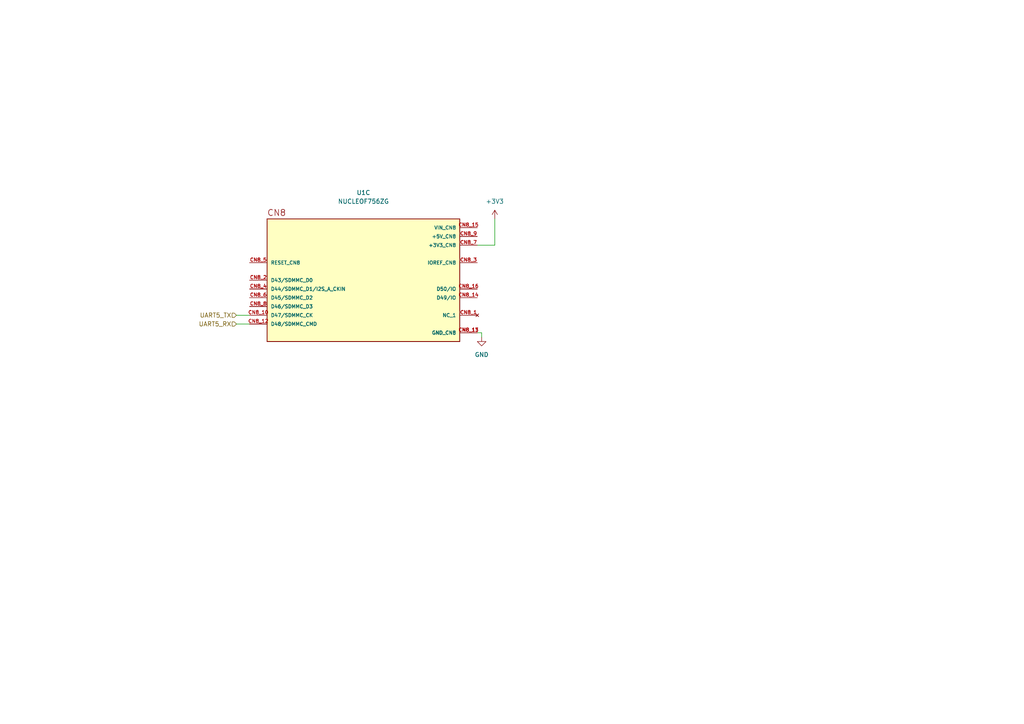
<source format=kicad_sch>
(kicad_sch (version 20230121) (generator eeschema)
  (paper "A4")
  (lib_symbols
    (symbol "nucleo:NUCLEOF756ZG" (pin_names (offset 1.016))
      (property "Reference" "U" (at -17.78 59.69 0))
      (property "Value" "NUCLEOF756ZG" (at -17.78 -59.69 0))
      (symbol "NUCLEOF756ZG_1_0"
        (rectangle (start -17.78 -58.42) (end 17.78 55.88) (stroke (width 0.254)) (fill (type background)))
        (text "CN11" (at -17.78 56.642 0) (effects (font (size 1.778 1.778)) (justify left bottom)))
        (pin bidirectional line (at -22.86 -7.62 0) (length 5.08) (name "PC10") (number "CN11_1"))
        (pin no_connect line (at 22.86 -45.72 180) (length 5.08) (name "NC_10") (number "CN11_10"))
        (pin bidirectional line (at 22.86 0 180) (length 5.08) (name "PF7") (number "CN11_11"))
        (pin bidirectional line (at 22.86 35.56 180) (length 5.08) (name "IOREF_CN11") (number "CN11_12"))
        (pin bidirectional line (at -22.86 20.32 0) (length 5.08) (name "PA13") (number "CN11_13"))
        (pin bidirectional line (at -22.86 33.02 0) (length 5.08) (name "RESET_CN11") (number "CN11_14"))
        (pin bidirectional line (at -22.86 17.78 0) (length 5.08) (name "PA14") (number "CN11_15"))
        (pin power_in line (at 22.86 53.34 180) (length 5.08) (name "+3V3_CN11") (number "CN11_16"))
        (pin bidirectional line (at -22.86 15.24 0) (length 5.08) (name "PA15") (number "CN11_17"))
        (pin power_in line (at 22.86 50.8 180) (length 5.08) (name "+5V_CN11") (number "CN11_18"))
        (pin power_in line (at 22.86 -55.88 180) (length 5.08) (name "GND_CN11") (number "CN11_19"))
        (pin bidirectional line (at -22.86 -10.16 0) (length 5.08) (name "PC11") (number "CN11_2"))
        (pin power_in line (at 22.86 -55.88 180) (length 5.08) (name "GND_CN11") (number "CN11_20"))
        (pin bidirectional line (at -22.86 7.62 0) (length 5.08) (name "PB7") (number "CN11_21"))
        (pin power_in line (at 22.86 -55.88 180) (length 5.08) (name "GND_CN11") (number "CN11_22"))
        (pin bidirectional line (at -22.86 -15.24 0) (length 5.08) (name "PC13") (number "CN11_23"))
        (pin power_in line (at 22.86 40.64 180) (length 5.08) (name "VIN_CN11") (number "CN11_24"))
        (pin bidirectional line (at -22.86 -17.78 0) (length 5.08) (name "PC14") (number "CN11_25"))
        (pin no_connect line (at 22.86 -48.26 180) (length 5.08) (name "NC_26") (number "CN11_26"))
        (pin bidirectional line (at -22.86 -20.32 0) (length 5.08) (name "PC15") (number "CN11_27"))
        (pin bidirectional line (at -22.86 27.94 0) (length 5.08) (name "PA0") (number "CN11_28"))
        (pin bidirectional line (at 22.86 -38.1 180) (length 5.08) (name "PH0") (number "CN11_29"))
        (pin bidirectional line (at -22.86 -12.7 0) (length 5.08) (name "PC12") (number "CN11_3"))
        (pin bidirectional line (at -22.86 25.4 0) (length 5.08) (name "PA1") (number "CN11_30"))
        (pin bidirectional line (at 22.86 -40.64 180) (length 5.08) (name "PH1") (number "CN11_31"))
        (pin bidirectional line (at -22.86 22.86 0) (length 5.08) (name "PA4") (number "CN11_32"))
        (pin power_in line (at 22.86 45.72 180) (length 5.08) (name "VBAT_CN11") (number "CN11_33"))
        (pin bidirectional line (at -22.86 10.16 0) (length 5.08) (name "PB0") (number "CN11_34"))
        (pin bidirectional line (at -22.86 -2.54 0) (length 5.08) (name "PC2") (number "CN11_35"))
        (pin bidirectional line (at -22.86 0 0) (length 5.08) (name "PC1") (number "CN11_36"))
        (pin bidirectional line (at -22.86 -5.08 0) (length 5.08) (name "PC3") (number "CN11_37"))
        (pin bidirectional line (at -22.86 2.54 0) (length 5.08) (name "PC0") (number "CN11_38"))
        (pin bidirectional line (at -22.86 -35.56 0) (length 5.08) (name "PD4") (number "CN11_39"))
        (pin bidirectional line (at -22.86 -30.48 0) (length 5.08) (name "PD2") (number "CN11_4"))
        (pin bidirectional line (at -22.86 -33.02 0) (length 5.08) (name "PD3") (number "CN11_40"))
        (pin bidirectional line (at -22.86 -38.1 0) (length 5.08) (name "PD5") (number "CN11_41"))
        (pin bidirectional line (at 22.86 -15.24 180) (length 5.08) (name "PG2") (number "CN11_42"))
        (pin bidirectional line (at -22.86 -40.64 0) (length 5.08) (name "PD6") (number "CN11_43"))
        (pin bidirectional line (at 22.86 -17.78 180) (length 5.08) (name "PG3") (number "CN11_44"))
        (pin bidirectional line (at -22.86 -43.18 0) (length 5.08) (name "PD7") (number "CN11_45"))
        (pin bidirectional line (at 22.86 25.4 180) (length 5.08) (name "PE2") (number "CN11_46"))
        (pin bidirectional line (at 22.86 22.86 180) (length 5.08) (name "PE3") (number "CN11_47"))
        (pin bidirectional line (at 22.86 20.32 180) (length 5.08) (name "PE4") (number "CN11_48"))
        (pin power_in line (at 22.86 -55.88 180) (length 5.08) (name "GND_CN11") (number "CN11_49"))
        (pin power_in line (at 22.86 43.18 180) (length 5.08) (name "VDD_CN11") (number "CN11_5"))
        (pin bidirectional line (at 22.86 17.78 180) (length 5.08) (name "PE5") (number "CN11_50"))
        (pin bidirectional line (at 22.86 7.62 180) (length 5.08) (name "PF1") (number "CN11_51"))
        (pin bidirectional line (at 22.86 5.08 180) (length 5.08) (name "PF2") (number "CN11_52"))
        (pin bidirectional line (at 22.86 10.16 180) (length 5.08) (name "PF0") (number "CN11_53"))
        (pin bidirectional line (at 22.86 -2.54 180) (length 5.08) (name "PF8") (number "CN11_54"))
        (pin bidirectional line (at -22.86 -27.94 0) (length 5.08) (name "PD1") (number "CN11_55"))
        (pin bidirectional line (at 22.86 -5.08 180) (length 5.08) (name "PF9") (number "CN11_56"))
        (pin bidirectional line (at -22.86 -25.4 0) (length 5.08) (name "PD0") (number "CN11_57"))
        (pin bidirectional line (at 22.86 -12.7 180) (length 5.08) (name "PG1") (number "CN11_58"))
        (pin bidirectional line (at 22.86 -10.16 180) (length 5.08) (name "PG0") (number "CN11_59"))
        (pin power_in line (at 22.86 48.26 180) (length 5.08) (name "E5V_CN11") (number "CN11_6"))
        (pin power_in line (at 22.86 -55.88 180) (length 5.08) (name "GND_CN11") (number "CN11_60"))
        (pin bidirectional line (at 22.86 27.94 180) (length 5.08) (name "PE1") (number "CN11_61"))
        (pin bidirectional line (at 22.86 15.24 180) (length 5.08) (name "PE6") (number "CN11_62"))
        (pin bidirectional line (at 22.86 -20.32 180) (length 5.08) (name "PG9") (number "CN11_63"))
        (pin bidirectional line (at 22.86 -33.02 180) (length 5.08) (name "PG15") (number "CN11_64"))
        (pin bidirectional line (at 22.86 -27.94 180) (length 5.08) (name "PG12") (number "CN11_65"))
        (pin bidirectional line (at 22.86 -22.86 180) (length 5.08) (name "PG10") (number "CN11_66"))
        (pin no_connect line (at 22.86 -50.8 180) (length 5.08) (name "NC_67") (number "CN11_67"))
        (pin bidirectional line (at 22.86 -30.48 180) (length 5.08) (name "PG13") (number "CN11_68"))
        (pin bidirectional line (at -22.86 -45.72 0) (length 5.08) (name "PD9") (number "CN11_69"))
        (pin bidirectional line (at -22.86 35.56 0) (length 5.08) (name "BOOT0") (number "CN11_7"))
        (pin bidirectional line (at 22.86 -25.4 180) (length 5.08) (name "PG11") (number "CN11_70"))
        (pin power_in line (at 22.86 -55.88 180) (length 5.08) (name "GND_CN11") (number "CN11_71"))
        (pin power_in line (at 22.86 -55.88 180) (length 5.08) (name "GND_CN11") (number "CN11_72"))
        (pin power_in line (at 22.86 -55.88 180) (length 5.08) (name "GND_CN11") (number "CN11_8"))
        (pin bidirectional line (at 22.86 2.54 180) (length 5.08) (name "PF6") (number "CN11_9"))
      )
      (symbol "NUCLEOF756ZG_2_0"
        (rectangle (start -17.78 -53.34) (end 17.78 53.34) (stroke (width 0.254)) (fill (type background)))
        (text "CN12" (at -17.78 54.102 0) (effects (font (size 1.778 1.778)) (justify left bottom)))
        (pin bidirectional line (at -22.86 -35.56 0) (length 5.08) (name "PC9") (number "CN12_1"))
        (pin bidirectional line (at 22.86 43.18 180) (length 5.08) (name "PD8") (number "CN12_10"))
        (pin bidirectional line (at -22.86 38.1 0) (length 5.08) (name "PA5") (number "CN12_11"))
        (pin bidirectional line (at -22.86 20.32 0) (length 5.08) (name "PA12") (number "CN12_12"))
        (pin bidirectional line (at -22.86 35.56 0) (length 5.08) (name "PA6") (number "CN12_13"))
        (pin bidirectional line (at -22.86 22.86 0) (length 5.08) (name "PA11") (number "CN12_14"))
        (pin bidirectional line (at -22.86 33.02 0) (length 5.08) (name "PA7") (number "CN12_15"))
        (pin bidirectional line (at -22.86 -10.16 0) (length 5.08) (name "PB12") (number "CN12_16"))
        (pin bidirectional line (at -22.86 2.54 0) (length 5.08) (name "PB6") (number "CN12_17"))
        (pin bidirectional line (at -22.86 -7.62 0) (length 5.08) (name "PB11") (number "CN12_18"))
        (pin bidirectional line (at -22.86 -30.48 0) (length 5.08) (name "PC7") (number "CN12_19"))
        (pin bidirectional line (at -22.86 -33.02 0) (length 5.08) (name "PC8") (number "CN12_2"))
        (pin power_in line (at 22.86 -50.8 180) (length 5.08) (name "GND_CN12") (number "CN12_20"))
        (pin bidirectional line (at -22.86 27.94 0) (length 5.08) (name "PA9") (number "CN12_21"))
        (pin bidirectional line (at -22.86 12.7 0) (length 5.08) (name "PB2") (number "CN12_22"))
        (pin bidirectional line (at -22.86 30.48 0) (length 5.08) (name "PA8") (number "CN12_23"))
        (pin bidirectional line (at -22.86 15.24 0) (length 5.08) (name "PB1") (number "CN12_24"))
        (pin bidirectional line (at -22.86 -5.08 0) (length 5.08) (name "PB10") (number "CN12_25"))
        (pin bidirectional line (at -22.86 -17.78 0) (length 5.08) (name "PB15") (number "CN12_26"))
        (pin bidirectional line (at -22.86 7.62 0) (length 5.08) (name "PB4") (number "CN12_27"))
        (pin bidirectional line (at -22.86 -15.24 0) (length 5.08) (name "PB14") (number "CN12_28"))
        (pin bidirectional line (at -22.86 5.08 0) (length 5.08) (name "PB5") (number "CN12_29"))
        (pin bidirectional line (at -22.86 0 0) (length 5.08) (name "PB8") (number "CN12_3"))
        (pin bidirectional line (at -22.86 -12.7 0) (length 5.08) (name "PB13") (number "CN12_30"))
        (pin bidirectional line (at -22.86 10.16 0) (length 5.08) (name "PB3") (number "CN12_31"))
        (pin power_in line (at 22.86 -48.26 180) (length 5.08) (name "AGND_CN12") (number "CN12_32"))
        (pin bidirectional line (at -22.86 25.4 0) (length 5.08) (name "PA10") (number "CN12_33"))
        (pin bidirectional line (at -22.86 -22.86 0) (length 5.08) (name "PC4") (number "CN12_34"))
        (pin bidirectional line (at -22.86 43.18 0) (length 5.08) (name "PA2") (number "CN12_35"))
        (pin bidirectional line (at 22.86 -10.16 180) (length 5.08) (name "PF5") (number "CN12_36"))
        (pin bidirectional line (at -22.86 40.64 0) (length 5.08) (name "PA3") (number "CN12_37"))
        (pin bidirectional line (at 22.86 -7.62 180) (length 5.08) (name "PF4") (number "CN12_38"))
        (pin power_in line (at 22.86 -50.8 180) (length 5.08) (name "GND_CN12") (number "CN12_39"))
        (pin bidirectional line (at -22.86 -27.94 0) (length 5.08) (name "PC6") (number "CN12_4"))
        (pin bidirectional line (at 22.86 17.78 180) (length 5.08) (name "PE8") (number "CN12_40"))
        (pin bidirectional line (at 22.86 33.02 180) (length 5.08) (name "PD13") (number "CN12_41"))
        (pin bidirectional line (at 22.86 -12.7 180) (length 5.08) (name "PF10") (number "CN12_42"))
        (pin bidirectional line (at 22.86 35.56 180) (length 5.08) (name "PD12") (number "CN12_43"))
        (pin bidirectional line (at 22.86 20.32 180) (length 5.08) (name "PE7") (number "CN12_44"))
        (pin bidirectional line (at 22.86 38.1 180) (length 5.08) (name "PD11") (number "CN12_45"))
        (pin bidirectional line (at 22.86 30.48 180) (length 5.08) (name "PD14") (number "CN12_46"))
        (pin bidirectional line (at 22.86 12.7 180) (length 5.08) (name "PE10") (number "CN12_47"))
        (pin bidirectional line (at 22.86 27.94 180) (length 5.08) (name "PD15") (number "CN12_48"))
        (pin bidirectional line (at 22.86 7.62 180) (length 5.08) (name "PE12") (number "CN12_49"))
        (pin bidirectional line (at -22.86 -2.54 0) (length 5.08) (name "PB9") (number "CN12_5"))
        (pin bidirectional line (at 22.86 -22.86 180) (length 5.08) (name "PF14") (number "CN12_50"))
        (pin bidirectional line (at 22.86 2.54 180) (length 5.08) (name "PE14") (number "CN12_51"))
        (pin bidirectional line (at 22.86 15.24 180) (length 5.08) (name "PE9") (number "CN12_52"))
        (pin bidirectional line (at 22.86 0 180) (length 5.08) (name "PE15") (number "CN12_53"))
        (pin power_in line (at 22.86 -50.8 180) (length 5.08) (name "GND_CN12") (number "CN12_54"))
        (pin bidirectional line (at 22.86 5.08 180) (length 5.08) (name "PE13") (number "CN12_55"))
        (pin bidirectional line (at 22.86 10.16 180) (length 5.08) (name "PE11") (number "CN12_56"))
        (pin bidirectional line (at 22.86 -20.32 180) (length 5.08) (name "PF13") (number "CN12_57"))
        (pin bidirectional line (at 22.86 -5.08 180) (length 5.08) (name "PF3") (number "CN12_58"))
        (pin bidirectional line (at 22.86 -17.78 180) (length 5.08) (name "PF12") (number "CN12_59"))
        (pin bidirectional line (at -22.86 -25.4 0) (length 5.08) (name "PC5") (number "CN12_6"))
        (pin bidirectional line (at 22.86 -25.4 180) (length 5.08) (name "PF15") (number "CN12_60"))
        (pin bidirectional line (at 22.86 -43.18 180) (length 5.08) (name "PG14") (number "CN12_61"))
        (pin bidirectional line (at 22.86 -15.24 180) (length 5.08) (name "PF11") (number "CN12_62"))
        (pin power_in line (at 22.86 -50.8 180) (length 5.08) (name "GND_CN12") (number "CN12_63"))
        (pin bidirectional line (at 22.86 22.86 180) (length 5.08) (name "PE0") (number "CN12_64"))
        (pin bidirectional line (at 22.86 40.64 180) (length 5.08) (name "PD10") (number "CN12_65"))
        (pin bidirectional line (at 22.86 -40.64 180) (length 5.08) (name "PG8") (number "CN12_66"))
        (pin bidirectional line (at 22.86 -38.1 180) (length 5.08) (name "PG7") (number "CN12_67"))
        (pin bidirectional line (at 22.86 -33.02 180) (length 5.08) (name "PG5") (number "CN12_68"))
        (pin bidirectional line (at 22.86 -30.48 180) (length 5.08) (name "PG4") (number "CN12_69"))
        (pin power_in line (at 22.86 50.8 180) (length 5.08) (name "AVDD_CN12") (number "CN12_7"))
        (pin bidirectional line (at 22.86 -35.56 180) (length 5.08) (name "PG6") (number "CN12_70"))
        (pin power_in line (at 22.86 -50.8 180) (length 5.08) (name "GND_CN12") (number "CN12_71"))
        (pin power_in line (at 22.86 -50.8 180) (length 5.08) (name "GND_CN12") (number "CN12_72"))
        (pin power_in line (at 22.86 48.26 180) (length 5.08) (name "U5V") (number "CN12_8"))
        (pin power_in line (at 22.86 -50.8 180) (length 5.08) (name "GND_CN12") (number "CN12_9"))
      )
      (symbol "NUCLEOF756ZG_3_0"
        (rectangle (start -27.94 -17.78) (end 27.94 17.78) (stroke (width 0.254)) (fill (type background)))
        (text "CN8" (at -27.94 18.542 0) (effects (font (size 1.778 1.778)) (justify left bottom)))
        (pin no_connect line (at 33.02 -10.16 180) (length 5.08) (name "NC_1") (number "CN8_1"))
        (pin bidirectional line (at -33.02 -10.16 0) (length 5.08) (name "D47/SDMMC_CK") (number "CN8_10"))
        (pin power_in line (at 33.02 -15.24 180) (length 5.08) (name "GND_CN8") (number "CN8_11"))
        (pin bidirectional line (at -33.02 -12.7 0) (length 5.08) (name "D48/SDMMC_CMD") (number "CN8_12"))
        (pin power_in line (at 33.02 -15.24 180) (length 5.08) (name "GND_CN8") (number "CN8_13"))
        (pin bidirectional line (at 33.02 -5.08 180) (length 5.08) (name "D49/IO") (number "CN8_14"))
        (pin power_in line (at 33.02 15.24 180) (length 5.08) (name "VIN_CN8") (number "CN8_15"))
        (pin bidirectional line (at 33.02 -2.54 180) (length 5.08) (name "D50/IO") (number "CN8_16"))
        (pin bidirectional line (at -33.02 0 0) (length 5.08) (name "D43/SDMMC_D0") (number "CN8_2"))
        (pin bidirectional line (at 33.02 5.08 180) (length 5.08) (name "IOREF_CN8") (number "CN8_3"))
        (pin bidirectional line (at -33.02 -2.54 0) (length 5.08) (name "D44/SDMMC_D1/I2S_A_CKIN") (number "CN8_4"))
        (pin bidirectional line (at -33.02 5.08 0) (length 5.08) (name "RESET_CN8") (number "CN8_5"))
        (pin bidirectional line (at -33.02 -5.08 0) (length 5.08) (name "D45/SDMMC_D2") (number "CN8_6"))
        (pin power_in line (at 33.02 10.16 180) (length 5.08) (name "+3V3_CN8") (number "CN8_7"))
        (pin bidirectional line (at -33.02 -7.62 0) (length 5.08) (name "D46/SDMMC_D3") (number "CN8_8"))
        (pin power_in line (at 33.02 12.7 180) (length 5.08) (name "+5V_CN8") (number "CN8_9"))
      )
      (symbol "NUCLEOF756ZG_4_0"
        (rectangle (start -25.4 -25.4) (end 25.4 25.4) (stroke (width 0.254)) (fill (type background)))
        (text "CN9" (at -25.4 26.162 0) (effects (font (size 1.778 1.778)) (justify left bottom)))
        (pin input line (at -30.48 22.86 0) (length 5.08) (name "A0/ADC123_IN3") (number "CN9_1"))
        (pin bidirectional line (at -30.48 -5.08 0) (length 5.08) (name "D55/USART_B_CTS") (number "CN9_10"))
        (pin input line (at -30.48 10.16 0) (length 5.08) (name "A5/ADC3_IN8/I2C1_SCL") (number "CN9_11"))
        (pin power_in line (at 30.48 -22.86 180) (length 5.08) (name "GND_CN9") (number "CN9_12"))
        (pin bidirectional line (at 30.48 -5.08 180) (length 5.08) (name "D72/NC") (number "CN9_13"))
        (pin bidirectional line (at -30.48 -10.16 0) (length 5.08) (name "D56/SAI_A_MCLK") (number "CN9_14"))
        (pin bidirectional line (at 30.48 0 180) (length 5.08) (name "D71/IO") (number "CN9_15"))
        (pin bidirectional line (at -30.48 -12.7 0) (length 5.08) (name "D57/SAI_A_FS") (number "CN9_16"))
        (pin bidirectional line (at 30.48 17.78 180) (length 5.08) (name "D70/I2C_B_SMBA") (number "CN9_17"))
        (pin bidirectional line (at -30.48 -15.24 0) (length 5.08) (name "D58/SAI_A_SCK") (number "CN9_18"))
        (pin bidirectional line (at 30.48 20.32 180) (length 5.08) (name "D69/I2C_B_SCL") (number "CN9_19"))
        (pin bidirectional line (at -30.48 5.08 0) (length 5.08) (name "D51/USART_B_SCLK") (number "CN9_2"))
        (pin bidirectional line (at -30.48 -17.78 0) (length 5.08) (name "D59/SAI_A_SD") (number "CN9_20"))
        (pin bidirectional line (at 30.48 22.86 180) (length 5.08) (name "D68/I2C_B_SDA") (number "CN9_21"))
        (pin bidirectional line (at 30.48 -17.78 180) (length 5.08) (name "D60/SAI_B_SD") (number "CN9_22"))
        (pin power_in line (at 30.48 -22.86 180) (length 5.08) (name "GND_CN9") (number "CN9_23"))
        (pin bidirectional line (at 30.48 -15.24 180) (length 5.08) (name "D61/SAI_B_SCK") (number "CN9_24"))
        (pin input line (at 30.48 10.16 180) (length 5.08) (name "D67/CAN_RX") (number "CN9_25"))
        (pin bidirectional line (at 30.48 -10.16 180) (length 5.08) (name "D62/SAI_B_MCLK") (number "CN9_26"))
        (pin output line (at 30.48 12.7 180) (length 5.08) (name "D66/CAN_TX") (number "CN9_27"))
        (pin bidirectional line (at 30.48 -12.7 180) (length 5.08) (name "D63/SAI_B_FS") (number "CN9_28"))
        (pin bidirectional line (at 30.48 2.54 180) (length 5.08) (name "D65/IO") (number "CN9_29"))
        (pin input line (at -30.48 20.32 0) (length 5.08) (name "A1/ADC123_IN10") (number "CN9_3"))
        (pin bidirectional line (at 30.48 5.08 180) (length 5.08) (name "D64/IO") (number "CN9_30"))
        (pin bidirectional line (at -30.48 2.54 0) (length 5.08) (name "D52/USART_B_RX") (number "CN9_4"))
        (pin input line (at -30.48 17.78 0) (length 5.08) (name "A2/ADC123_IN13") (number "CN9_5"))
        (pin bidirectional line (at -30.48 0 0) (length 5.08) (name "D53/USART_B_TX") (number "CN9_6"))
        (pin input line (at -30.48 15.24 0) (length 5.08) (name "A3/ADC3_IN9") (number "CN9_7"))
        (pin bidirectional line (at -30.48 -2.54 0) (length 5.08) (name "D54/USART_B_RTS") (number "CN9_8"))
        (pin input line (at -30.48 12.7 0) (length 5.08) (name "A4/ADC3_IN15/I2C1_SDA") (number "CN9_9"))
      )
      (symbol "NUCLEOF756ZG_5_0"
        (rectangle (start -33.02 -20.32) (end 33.02 20.32) (stroke (width 0.254)) (fill (type background)))
        (text "CN7" (at -33.02 21.082 0) (effects (font (size 1.778 1.778)) (justify left bottom)))
        (pin bidirectional line (at -38.1 -12.7 0) (length 5.08) (name "D16/I2S_A_MCK") (number "CN7_1"))
        (pin bidirectional line (at -38.1 -5.08 0) (length 5.08) (name "D13/SPI_A_SCK") (number "CN7_10"))
        (pin bidirectional line (at 38.1 0 180) (length 5.08) (name "D21/I2S_B_MCK") (number "CN7_11"))
        (pin bidirectional line (at -38.1 -2.54 0) (length 5.08) (name "D12/SPI_A_MISO") (number "CN7_12"))
        (pin bidirectional line (at 38.1 5.08 180) (length 5.08) (name "D22/I2S_B_SD/SPI_B_MOSI") (number "CN7_13"))
        (pin bidirectional line (at -38.1 0 0) (length 5.08) (name "D11/SPI_A_MOSI/TIM_E_PWM1") (number "CN7_14"))
        (pin bidirectional line (at 38.1 7.62 180) (length 5.08) (name "D23/I2S_B_CK/SPI_B_SCK") (number "CN7_15"))
        (pin bidirectional line (at -38.1 2.54 0) (length 5.08) (name "D10/SPI_A_CS/TIM_B_PWM3") (number "CN7_16"))
        (pin bidirectional line (at 38.1 10.16 180) (length 5.08) (name "D24/SPI_B_NSS") (number "CN7_17"))
        (pin bidirectional line (at -38.1 10.16 0) (length 5.08) (name "D9/TIMER_B_PWM2") (number "CN7_18"))
        (pin bidirectional line (at 38.1 12.7 180) (length 5.08) (name "D25/SPI_B_MISO") (number "CN7_19"))
        (pin bidirectional line (at -38.1 -10.16 0) (length 5.08) (name "D15/I2C_A_SCL") (number "CN7_2"))
        (pin bidirectional line (at -38.1 12.7 0) (length 5.08) (name "D8/IO") (number "CN7_20"))
        (pin bidirectional line (at 38.1 -12.7 180) (length 5.08) (name "D17/I2S_A_SD") (number "CN7_3"))
        (pin bidirectional line (at -38.1 -7.62 0) (length 5.08) (name "D14/I2C_A_SDA") (number "CN7_4"))
        (pin bidirectional line (at 38.1 -10.16 180) (length 5.08) (name "D18/I2S_A_CK") (number "CN7_5"))
        (pin power_in line (at 38.1 17.78 180) (length 5.08) (name "AREF") (number "CN7_6"))
        (pin bidirectional line (at 38.1 -7.62 180) (length 5.08) (name "D19/I2S_A_WS") (number "CN7_7"))
        (pin power_in line (at 38.1 -17.78 180) (length 5.08) (name "GND_CN7") (number "CN7_8"))
        (pin bidirectional line (at 38.1 -2.54 180) (length 5.08) (name "D20/I2S_B_WS") (number "CN7_9"))
      )
      (symbol "NUCLEOF756ZG_6_0"
        (rectangle (start -25.4 -30.48) (end 25.4 30.48) (stroke (width 0.254)) (fill (type background)))
        (text "CN10" (at -25.4 31.242 0) (effects (font (size 1.778 1.778)) (justify left bottom)))
        (pin power_in line (at 30.48 27.94 180) (length 5.08) (name "AVDD_CN10") (number "CN10_1"))
        (pin bidirectional line (at -30.48 0 0) (length 5.08) (name "D3/TIMER_A_PWM3") (number "CN10_10"))
        (pin input line (at -30.48 17.78 0) (length 5.08) (name "A8/ADC_C_IN") (number "CN10_11"))
        (pin bidirectional line (at 30.48 -12.7 180) (length 5.08) (name "D2/IO") (number "CN10_12"))
        (pin bidirectional line (at -30.48 -5.08 0) (length 5.08) (name "D26/QSPI_CS") (number "CN10_13"))
        (pin output line (at -30.48 10.16 0) (length 5.08) (name "D1/USART_A_TX") (number "CN10_14"))
        (pin bidirectional line (at -30.48 -7.62 0) (length 5.08) (name "D27/QSPI_CLK") (number "CN10_15"))
        (pin input line (at -30.48 12.7 0) (length 5.08) (name "D0/USART_A_RX") (number "CN10_16"))
        (pin power_in line (at 30.48 -27.94 180) (length 5.08) (name "GND_CN10") (number "CN10_17"))
        (pin bidirectional line (at 30.48 12.7 180) (length 5.08) (name "D42/TIMER_A_PWM1N") (number "CN10_18"))
        (pin bidirectional line (at -30.48 -10.16 0) (length 5.08) (name "D28/QSPI_BK1_IO3") (number "CN10_19"))
        (pin bidirectional line (at 30.48 -17.78 180) (length 5.08) (name "D7/IO") (number "CN10_2"))
        (pin bidirectional line (at 30.48 15.24 180) (length 5.08) (name "D41/TIMER_A_ETR") (number "CN10_20"))
        (pin bidirectional line (at -30.48 -12.7 0) (length 5.08) (name "D29/QSPI_BK1_IO1") (number "CN10_21"))
        (pin power_in line (at 30.48 -27.94 180) (length 5.08) (name "GND_CN10") (number "CN10_22"))
        (pin bidirectional line (at -30.48 -15.24 0) (length 5.08) (name "D30/QSPI_BK1_IO0") (number "CN10_23"))
        (pin bidirectional line (at 30.48 17.78 180) (length 5.08) (name "D40/TIMER_A_PWM2N") (number "CN10_24"))
        (pin bidirectional line (at -30.48 -17.78 0) (length 5.08) (name "D31/QSPI_BK1_IO2") (number "CN10_25"))
        (pin bidirectional line (at 30.48 20.32 180) (length 5.08) (name "D39/TIMER_A_PWM3N") (number "CN10_26"))
        (pin power_in line (at 30.48 -27.94 180) (length 5.08) (name "GND_CN10") (number "CN10_27"))
        (pin bidirectional line (at 30.48 -20.32 180) (length 5.08) (name "D38/IO") (number "CN10_28"))
        (pin bidirectional line (at 30.48 2.54 180) (length 5.08) (name "D32/TIMER_C_PWM1") (number "CN10_29"))
        (pin power_in line (at 30.48 -25.4 180) (length 5.08) (name "AGND_CN10") (number "CN10_3"))
        (pin bidirectional line (at 30.48 22.86 180) (length 5.08) (name "D37/TIMER_A_BKIN1") (number "CN10_30"))
        (pin bidirectional line (at 30.48 -7.62 180) (length 5.08) (name "D33/TIMER_D_PWM1") (number "CN10_31"))
        (pin bidirectional line (at 30.48 0 180) (length 5.08) (name "D36/TIMER_C_PWM2") (number "CN10_32"))
        (pin bidirectional line (at 30.48 7.62 180) (length 5.08) (name "D34/TIMER_B_ETR") (number "CN10_33"))
        (pin bidirectional line (at 30.48 -2.54 180) (length 5.08) (name "D35/TIMER_C_PWM3") (number "CN10_34"))
        (pin bidirectional line (at -30.48 5.08 0) (length 5.08) (name "D6/TIMER_A_PWM1") (number "CN10_4"))
        (pin power_in line (at 30.48 -27.94 180) (length 5.08) (name "GND_CN10") (number "CN10_5"))
        (pin bidirectional line (at -30.48 2.54 0) (length 5.08) (name "D5/TIMER_A_PWM2") (number "CN10_6"))
        (pin input line (at -30.48 22.86 0) (length 5.08) (name "A6/ADC_A_IN") (number "CN10_7"))
        (pin bidirectional line (at 30.48 -15.24 180) (length 5.08) (name "D4/IO") (number "CN10_8"))
        (pin input line (at -30.48 20.32 0) (length 5.08) (name "A7/ADC_B_IN") (number "CN10_9"))
      )
    )
    (symbol "power:+3V3" (power) (pin_names (offset 0))
      (property "Value" "+3V3" (at 0 3.556 0))
      (symbol "+3V3_0_1"
        (polyline (pts (xy -0.762 1.27) (xy 0 2.54)))
        (polyline (pts (xy 0 0) (xy 0 2.54)))
        (polyline (pts (xy 0 2.54) (xy 0.762 1.27)))
      )
      (symbol "+3V3_1_1"
        (pin power_in line (at 0 0 90) (length 0) hide (name "+3V3") (number "1"))
      )
    )
    (symbol "power:GND" (power) (pin_names (offset 0))
      (property "Value" "GND" (at 0 -3.81 0))
      (symbol "GND_0_1"
        (polyline (pts (xy 0 0) (xy 0 -1.27) (xy 1.27 -1.27) (xy 0 -2.54) (xy -1.27 -1.27) (xy 0 -1.27)))
      )
      (symbol "GND_1_1"
        (pin power_in line (at 0 0 270) (length 0) hide (name "GND") (number "1"))
      )
    )
  )
  (wire (pts (xy 143.51 71.12) (xy 143.51 63.5)))
  (wire (pts (xy 138.43 71.12) (xy 143.51 71.12)))
  (wire (pts (xy 139.7 97.79) (xy 139.7 96.52)))
  (wire (pts (xy 68.58 93.98) (xy 72.39 93.98)))
  (wire (pts (xy 68.58 91.44) (xy 72.39 91.44)))
  (wire (pts (xy 139.7 96.52) (xy 138.43 96.52)))
  (hierarchical_label "UART5_TX" (shape input) (at 68.58 91.44 180))
  (hierarchical_label "UART5_RX" (shape input) (at 68.58 93.98 180))
  (symbol (lib_id "power:+3V3") (at 143.51 63.5 0) (unit 1)
    (property "Reference" "#PWR05" (effects hide))
    (property "Value" "+3V3" (at 143.51 58.42 0))
  )
  (symbol (lib_id "nucleo:NUCLEOF756ZG") (at 105.41 81.28 0) (unit 3)
    (property "Reference" "U1" (at 105.41 55.88 0))
    (property "Value" "NUCLEOF756ZG" (at 105.41 58.42 0))
    (property "Footprint" "nucleo:MODULE_NUCLEOF756ZG" (effects hide))
    (property "MF" "STMicroelectronics" (effects hide))
    (property "Description" "\nSTM32F756ZG, mbed-Enabled Development Nucleo-144 STM32F7 ARM® Cortex®-M7 MCU 32-Bit Embedded Evaluation Board\n" (effects hide))
    (property "Package" "None" (effects hide))
    (property "Price" "None" (effects hide))
    (property "Check_prices" "https://www.snapeda.com/parts/NUCLEO-F756ZG/STMicroelectronics/view-part/?ref=eda" (effects hide))
    (property "STANDARD" "Manufacturer Recommendations" (effects hide))
    (property "PARTREV" "9" (effects hide))
    (property "SnapEDA_Link" "https://www.snapeda.com/parts/NUCLEO-F756ZG/STMicroelectronics/view-part/?ref=snap" (effects hide))
    (property "MP" "NUCLEO-F756ZG" (effects hide))
    (property "Purchase-URL" "https://www.snapeda.com/api/url_track_click_mouser/?unipart_id=3662728&manufacturer=STMicroelectronics&part_name=NUCLEO-F756ZG&search_term=nucleo-f756zg" (effects hide))
    (property "MANUFACTURER" "STMicroelectronics" (effects hide))
    (property "Availability" "In Stock" (effects hide))
    (property "SNAPEDA_PN" "NUCLEOF756ZG" (effects hide))
  )
  (symbol (lib_id "power:GND") (at 139.7 97.79 0) (unit 1)
    (property "Reference" "#PWR04" (effects hide))
    (property "Value" "GND" (at 139.7 102.87 0))
  )
)
</source>
